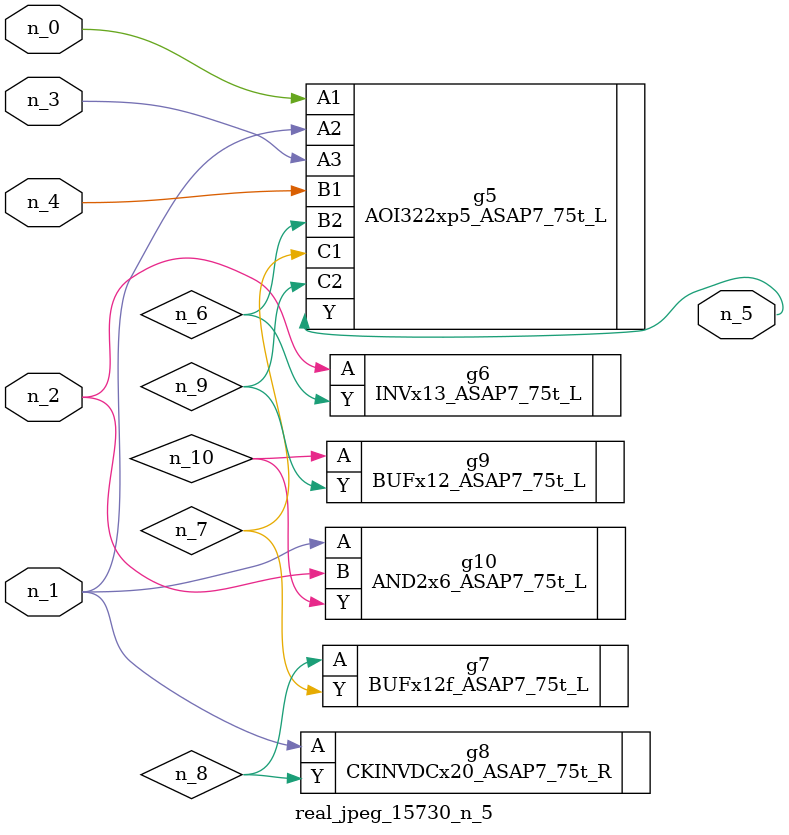
<source format=v>
module real_jpeg_15730_n_5 (n_4, n_0, n_1, n_2, n_3, n_5);

input n_4;
input n_0;
input n_1;
input n_2;
input n_3;

output n_5;

wire n_8;
wire n_6;
wire n_7;
wire n_10;
wire n_9;

AOI322xp5_ASAP7_75t_L g5 ( 
.A1(n_0),
.A2(n_1),
.A3(n_3),
.B1(n_4),
.B2(n_6),
.C1(n_7),
.C2(n_9),
.Y(n_5)
);

CKINVDCx20_ASAP7_75t_R g8 ( 
.A(n_1),
.Y(n_8)
);

AND2x6_ASAP7_75t_L g10 ( 
.A(n_1),
.B(n_2),
.Y(n_10)
);

INVx13_ASAP7_75t_L g6 ( 
.A(n_2),
.Y(n_6)
);

BUFx12f_ASAP7_75t_L g7 ( 
.A(n_8),
.Y(n_7)
);

BUFx12_ASAP7_75t_L g9 ( 
.A(n_10),
.Y(n_9)
);


endmodule
</source>
